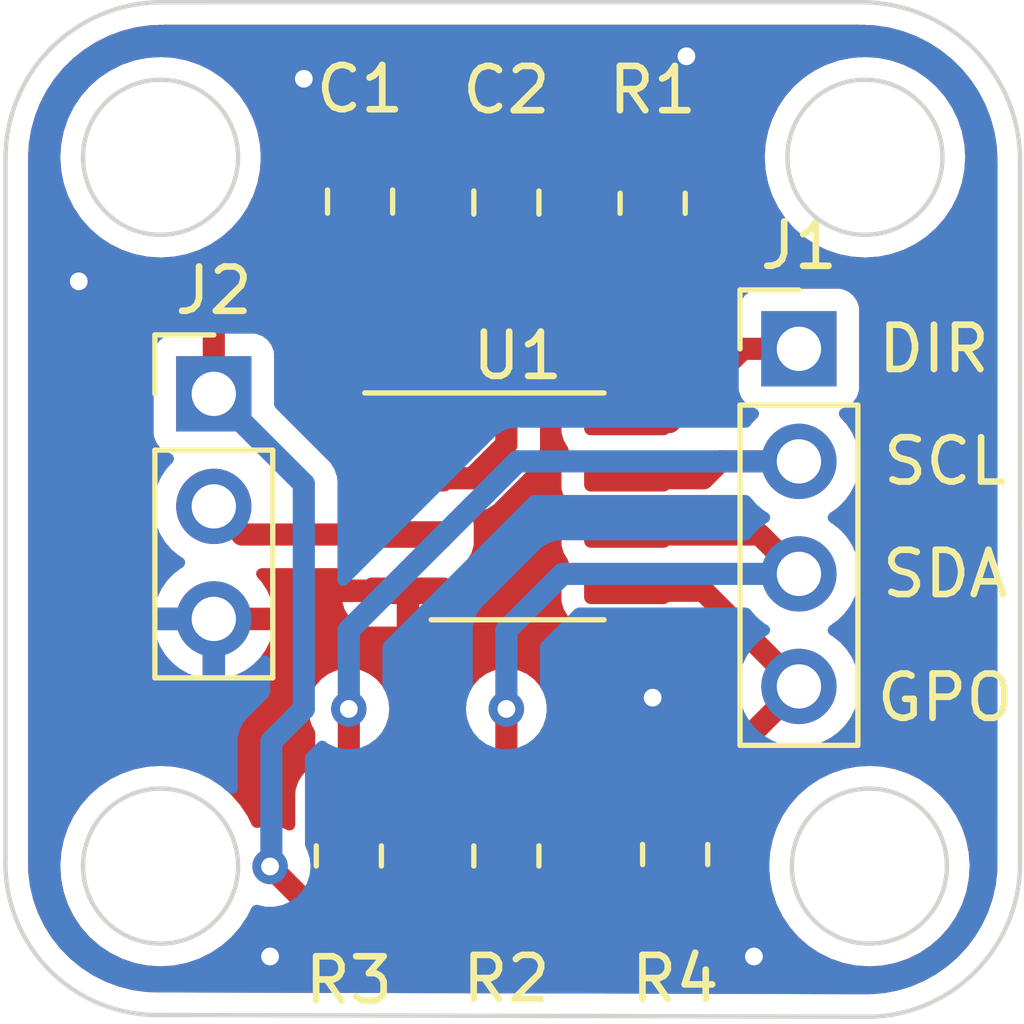
<source format=kicad_pcb>
(kicad_pcb (version 20211014) (generator pcbnew)
  (layers (0 "F.Cu" signal "cobre frontal") (31 "B.Cu" signal "Cobre traseira") (34 "B.Paste" user "Pasta traseira") (35 "F.Paste" user "Pasta frontal") (36 "B.SilkS" user "Serigrafia traseira") (37 "F.SilkS" user "Serigrafia frontal") (38 "B.Mask" user "Máscara traseira") (39 "F.Mask" user "Máscara frontal") (44 "Edge.Cuts" user "Cortes contorno"))
  (net 0 "")
  (net 1 "DIR")
  (net 2 "SCL")
  (net 3 "SDA")
  (net 4 "PGO")
  (net 5 "VCC")
  (net 6 "OUT")
  (net 7 "GND")
  (net 8 "VDD3v3")
  (footprint "Resistor_SMD:R_0805_2012Metric_Pad1.20x1.40mm_HandSolder" (layer "F.Cu") (at 22.86 34.56 90)
    (fp_text reference "R3" (at -2.81 0) (layer "F.SilkS"))
    (fp_text value "10k")
    (fp_line (start -0.227064 0.735) (end 0.227064 0.735) (layer "F.SilkS") (width 0.12))
    (fp_line (start -0.227064 -0.735) (end 0.227064 -0.735) (layer "F.SilkS") (width 0.12))
    (pad "1" smd roundrect (at -1 0 90) (size 1.2 1.4) (layers "F.Cu" "F.Paste" "F.Mask") (roundrect_rratio 0.208333) (net 5 "VCC"))
    (pad "2" smd roundrect (at 1 0 90) (size 1.2 1.4) (layers "F.Cu" "F.Paste" "F.Mask") (roundrect_rratio 0.208333) (net 2 "SCL"))
  )
  (footprint "Resistor_SMD:R_0805_2012Metric_Pad1.20x1.40mm_HandSolder" (layer "F.Cu") (at 30.226 34.528 -90)
    (fp_text reference "R4" (at 2.81 0) (layer "F.SilkS"))
    (fp_text value "1k")
    (fp_line (start -0.227064 -0.735) (end 0.227064 -0.735) (layer "F.SilkS") (width 0.12))
    (fp_line (start -0.227064 0.735) (end 0.227064 0.735) (layer "F.SilkS") (width 0.12))
    (pad "1" smd roundrect (at -1 0 270) (size 1.2 1.4) (layers "F.Cu" "F.Paste" "F.Mask") (roundrect_rratio 0.208333) (net 4 "PGO"))
    (pad "2" smd roundrect (at 1 0 270) (size 1.2 1.4) (layers "F.Cu" "F.Paste" "F.Mask") (roundrect_rratio 0.208333) (net 7 "GND"))
  )
  (footprint "Connector_PinHeader_2.54mm:PinHeader_1x03_P2.54mm_Vertical" (layer "F.Cu") (at 19.812 24.13)
    (fp_text reference "J2" (at 0 -2.33) (layer "F.SilkS"))
    (fp_text value "Conn_01x03_Male" hide)
    (fp_line (start -1.33 -1.33) (end 0 -1.33) (layer "F.SilkS") (width 0.12))
    (fp_line (start -1.33 1.27) (end 1.33 1.27) (layer "F.SilkS") (width 0.12))
    (fp_line (start 1.33 1.27) (end 1.33 6.41) (layer "F.SilkS") (width 0.12))
    (fp_line (start -1.33 0) (end -1.33 -1.33) (layer "F.SilkS") (width 0.12))
    (fp_line (start -1.33 1.27) (end -1.33 6.41) (layer "F.SilkS") (width 0.12))
    (fp_line (start -1.33 6.41) (end 1.33 6.41) (layer "F.SilkS") (width 0.12))
    (pad "1" thru_hole rect (at 0 0) (size 1.7 1.7) (drill 1) (layers *.Cu *.Mask) (net 5 "VCC"))
    (pad "2" thru_hole oval (at 0 2.54) (size 1.7 1.7) (drill 1) (layers *.Cu *.Mask) (net 6 "OUT"))
    (pad "3" thru_hole oval (at 0 5.08) (size 1.7 1.7) (drill 1) (layers *.Cu *.Mask) (net 7 "GND"))
  )
  (footprint "Connector_PinHeader_2.54mm:PinHeader_1x04_P2.54mm_Vertical" (layer "F.Cu") (at 33.02 23.114)
    (fp_text reference "J1" (at 0 -2.33) (layer "F.SilkS"))
    (fp_text value "Conn_01x04_Male" hide)
    (fp_line (start -1.33 0) (end -1.33 -1.33) (layer "F.SilkS") (width 0.12))
    (fp_line (start -1.33 -1.33) (end 0 -1.33) (layer "F.SilkS") (width 0.12))
    (fp_line (start -1.33 1.27) (end 1.33 1.27) (layer "F.SilkS") (width 0.12))
    (fp_line (start 1.33 1.27) (end 1.33 8.95) (layer "F.SilkS") (width 0.12))
    (fp_line (start -1.33 1.27) (end -1.33 8.95) (layer "F.SilkS") (width 0.12))
    (fp_line (start -1.33 8.95) (end 1.33 8.95) (layer "F.SilkS") (width 0.12))
    (pad "1" thru_hole rect (at 0 0) (size 1.7 1.7) (drill 1) (layers *.Cu *.Mask) (net 1 "DIR"))
    (pad "2" thru_hole oval (at 0 2.54) (size 1.7 1.7) (drill 1) (layers *.Cu *.Mask) (net 2 "SCL"))
    (pad "3" thru_hole oval (at 0 5.08) (size 1.7 1.7) (drill 1) (layers *.Cu *.Mask) (net 3 "SDA"))
    (pad "4" thru_hole oval (at 0 7.62) (size 1.7 1.7) (drill 1) (layers *.Cu *.Mask) (net 4 "PGO"))
  )
  (footprint "Capacitor_SMD:C_0805_2012Metric_Pad1.18x1.45mm_HandSolder" (layer "F.Cu") (at 26.416 19.812 90)
    (fp_text reference "C2" (at 2.54 0 180) (layer "F.SilkS"))
    (fp_text value "6,7uF")
    (fp_line (start -0.261252 0.735) (end 0.261252 0.735) (layer "F.SilkS") (width 0.12))
    (fp_line (start -0.261252 -0.735) (end 0.261252 -0.735) (layer "F.SilkS") (width 0.12))
    (pad "1" smd roundrect (at -1.0375 0 90) (size 1.175 1.45) (layers "F.Cu" "F.Paste" "F.Mask") (roundrect_rratio 0.212766) (net 8 "VDD3v3"))
    (pad "2" smd roundrect (at 1.0375 0 90) (size 1.175 1.45) (layers "F.Cu" "F.Paste" "F.Mask") (roundrect_rratio 0.212766) (net 7 "GND"))
  )
  (footprint "Capacitor_SMD:C_0805_2012Metric_Pad1.18x1.45mm_HandSolder" (layer "F.Cu") (at 23.114 19.7905 90)
    (fp_text reference "C1" (at 2.54 0 180) (layer "F.SilkS"))
    (fp_text value "100nF")
    (fp_line (start -0.261252 -0.735) (end 0.261252 -0.735) (layer "F.SilkS") (width 0.12))
    (fp_line (start -0.261252 0.735) (end 0.261252 0.735) (layer "F.SilkS") (width 0.12))
    (pad "1" smd roundrect (at -1.0375 0 90) (size 1.175 1.45) (layers "F.Cu" "F.Paste" "F.Mask") (roundrect_rratio 0.212766) (net 5 "VCC"))
    (pad "2" smd roundrect (at 1.0375 0 90) (size 1.175 1.45) (layers "F.Cu" "F.Paste" "F.Mask") (roundrect_rratio 0.212766) (net 7 "GND"))
  )
  (footprint "Resistor_SMD:R_0805_2012Metric_Pad1.20x1.40mm_HandSolder" (layer "F.Cu") (at 29.718 19.828 -90)
    (fp_text reference "R1" (at -2.556 0 180) (layer "F.SilkS"))
    (fp_text value "0")
    (fp_line (start -0.227064 -0.735) (end 0.227064 -0.735) (layer "F.SilkS") (width 0.12))
    (fp_line (start -0.227064 0.735) (end 0.227064 0.735) (layer "F.SilkS") (width 0.12))
    (pad "1" smd roundrect (at -1 0 270) (size 1.2 1.4) (layers "F.Cu" "F.Paste" "F.Mask") (roundrect_rratio 0.208333) (net 5 "VCC"))
    (pad "2" smd roundrect (at 1 0 270) (size 1.2 1.4) (layers "F.Cu" "F.Paste" "F.Mask") (roundrect_rratio 0.208333) (net 8 "VDD3v3"))
  )
  (footprint "Package_SO:SOIC-8_3.9x4.9mm_P1.27mm" (layer "F.Cu") (at 26.67 26.67)
    (fp_text reference "U1" (at 0 -3.4) (layer "F.SilkS"))
    (fp_text value "AS5600")
    (fp_line (start 0 2.56) (end -1.95 2.56) (layer "F.SilkS") (width 0.12))
    (fp_line (start 0 -2.56) (end 1.95 -2.56) (layer "F.SilkS") (width 0.12))
    (fp_line (start 0 -2.56) (end -3.45 -2.56) (layer "F.SilkS") (width 0.12))
    (fp_line (start 0 2.56) (end 1.95 2.56) (layer "F.SilkS") (width 0.12))
    (pad "1" smd roundrect (at -2.475 -1.905) (size 1.95 0.6) (layers "F.Cu" "F.Paste" "F.Mask") (net 5 "VCC"))
    (pad "2" smd roundrect (at -2.475 -0.635) (size 1.95 0.6) (layers "F.Cu" "F.Paste" "F.Mask") (net 8 "VDD3v3"))
    (pad "3" smd roundrect (at -2.475 0.635) (size 1.95 0.6) (layers "F.Cu" "F.Paste" "F.Mask") (net 6 "OUT"))
    (pad "4" smd roundrect (at -2.475 1.905) (size 1.95 0.6) (layers "F.Cu" "F.Paste" "F.Mask") (net 7 "GND"))
    (pad "5" smd roundrect (at 2.475 1.905) (size 1.95 0.6) (layers "F.Cu" "F.Paste" "F.Mask") (net 4 "PGO"))
    (pad "6" smd roundrect (at 2.475 0.635) (size 1.95 0.6) (layers "F.Cu" "F.Paste" "F.Mask") (net 3 "SDA"))
    (pad "7" smd roundrect (at 2.475 -0.635) (size 1.95 0.6) (layers "F.Cu" "F.Paste" "F.Mask") (net 2 "SCL"))
    (pad "8" smd roundrect (at 2.475 -1.905) (size 1.95 0.6) (layers "F.Cu" "F.Paste" "F.Mask") (net 1 "DIR"))
  )
  (footprint "Resistor_SMD:R_0805_2012Metric_Pad1.20x1.40mm_HandSolder" (layer "F.Cu") (at 26.416 34.56 90)
    (fp_text reference "R2" (at -2.778 0) (layer "F.SilkS"))
    (fp_text value "10k")
    (fp_line (start -0.227064 0.735) (end 0.227064 0.735) (layer "F.SilkS") (width 0.12))
    (fp_line (start -0.227064 -0.735) (end 0.227064 -0.735) (layer "F.SilkS") (width 0.12))
    (pad "1" smd roundrect (at -1 0 90) (size 1.2 1.4) (layers "F.Cu" "F.Paste" "F.Mask") (roundrect_rratio 0.208333) (net 5 "VCC"))
    (pad "2" smd roundrect (at 1 0 90) (size 1.2 1.4) (layers "F.Cu" "F.Paste" "F.Mask") (roundrect_rratio 0.208333) (net 3 "SDA"))
  )
  (gr_arc (start 34.414199 15.289868) (mid 36.949236 16.323265) (end 38.011056 18.846529) (layer "Edge.Cuts") (width 0.1))
  (gr_arc (start 15.110199 18.789868) (mid 16.163415 16.303622) (end 18.666192 15.290316) (layer "Edge.Cuts") (width 0.1))
  (gr_arc (start 18.610199 38.149868) (mid 16.096223 37.129604) (end 15.110199 34.602002) (layer "Edge.Cuts") (width 0.1))
  (gr_line (start 18.666192 15.290316) (end 34.414199 15.289868) (layer "Edge.Cuts") (width 0.1))
  (gr_line (start 34.668289 38.189868) (end 18.610199 38.149868) (layer "Edge.Cuts") (width 0.1))
  (gr_circle (center 34.610199 34.789868) (end 36.360199 34.789868) (layer "Edge.Cuts") (width 0.1) (fill none))
  (gr_line (start 38.011056 18.846529) (end 38.010199 34.593868) (layer "Edge.Cuts") (width 0.1))
  (gr_circle (center 18.610199 34.789868) (end 20.360199 34.789868) (layer "Edge.Cuts") (width 0.1) (fill none))
  (gr_line (start 15.110199 34.602002) (end 15.110199 18.789868) (layer "Edge.Cuts") (width 0.1))
  (gr_circle (center 34.510199 18.789868) (end 36.260199 18.789868) (layer "Edge.Cuts") (width 0.1) (fill none))
  (gr_circle (center 18.610199 18.789868) (end 20.360199 18.789868) (layer "Edge.Cuts") (width 0.1) (fill none))
  (gr_arc (start 38.010199 34.593868) (mid 37.084 37.084) (end 34.668289 38.189868) (layer "Edge.Cuts") (width 0.1))
  (gr_text "DIR" (at 36.068 23.114) (layer "F.SilkS") (effects (font (size 1 1))))
  (gr_text "SDA" (at 36.322 28.194) (layer "F.SilkS") (effects (font (size 1 1))))
  (gr_text "SCL" (at 36.322 25.654) (layer "F.SilkS") (effects (font (size 1 1))))
  (gr_text "GPO" (at 36.322 30.988) (layer "F.SilkS") (effects (font (size 1 1))))
  (segment (start 30.099 24.765) (end 31.75 23.114) (width 0.5) (layer "F.Cu") (net 1))
  (segment (start 31.75 23.114) (end 33.02 23.114) (width 0.5) (layer "F.Cu") (net 1))
  (segment (start 29.145 24.765) (end 30.099 24.765) (width 0.5) (layer "F.Cu") (net 1))
  (segment (start 29.145 26.035) (end 30.861 26.035) (width 0.5) (layer "F.Cu") (net 2))
  (segment (start 31.242 25.654) (end 33.02 25.654) (width 0.5) (layer "F.Cu") (net 2))
  (segment (start 30.861 26.035) (end 31.242 25.654) (width 0.5) (layer "F.Cu") (net 2))
  (segment (start 22.86 33.56) (end 22.86 31.242) (width 0.5) (layer "F.Cu") (net 2))
  (via (at 22.86 31.242) (size 0.8) (drill 0.4) (layers "F.Cu" "B.Cu") (net 2))
  (segment (start 22.86 31.242) (end 22.86 29.464) (width 0.5) (layer "B.Cu") (net 2))
  (segment (start 22.86 29.464) (end 26.67 25.654) (width 0.5) (layer "B.Cu") (net 2))
  (segment (start 26.67 25.654) (end 33.02 25.654) (width 0.5) (layer "B.Cu") (net 2))
  (segment (start 29.145 27.305) (end 32.131 27.305) (width 0.5) (layer "F.Cu") (net 3))
  (segment (start 32.131 27.305) (end 33.02 28.194) (width 0.5) (layer "F.Cu") (net 3))
  (segment (start 26.416 33.56) (end 26.416 31.242) (width 0.5) (layer "F.Cu") (net 3))
  (via (at 26.416 31.242) (size 0.8) (drill 0.4) (layers "F.Cu" "B.Cu") (net 3))
  (segment (start 26.416 29.464) (end 27.686 28.194) (width 0.5) (layer "B.Cu") (net 3))
  (segment (start 27.686 28.194) (end 33.02 28.194) (width 0.5) (layer "B.Cu") (net 3))
  (segment (start 26.416 31.242) (end 26.416 29.464) (width 0.5) (layer "B.Cu") (net 3))
  (segment (start 30.861 28.575) (end 29.145 28.575) (width 0.5) (layer "F.Cu") (net 4))
  (segment (start 33.02 30.734) (end 30.861 28.575) (width 0.5) (layer "F.Cu") (net 4))
  (segment (start 30.226 33.528) (end 33.02 30.734) (width 0.5) (layer "F.Cu") (net 4))
  (segment (start 23.114 20.828) (end 24.003 20.828) (width 0.5) (layer "F.Cu") (net 5))
  (segment (start 24.195 24.765) (end 23.114 23.684) (width 0.5) (layer "F.Cu") (net 5))
  (segment (start 25.781 17.145) (end 28.702 17.145) (width 0.5) (layer "F.Cu") (net 5))
  (segment (start 20.828 20.828) (end 19.812 21.844) (width 0.5) (layer "F.Cu") (net 5))
  (segment (start 23.114 20.828) (end 20.828 20.828) (width 0.5) (layer "F.Cu") (net 5))
  (segment (start 26.416 35.56) (end 22.86 35.56) (width 0.5) (layer "F.Cu") (net 5))
  (segment (start 24.892 19.939) (end 24.892 18.034) (width 0.5) (layer "F.Cu") (net 5))
  (segment (start 19.812 21.844) (end 19.812 24.13) (width 0.5) (layer "F.Cu") (net 5))
  (segment (start 24.003 20.828) (end 24.892 19.939) (width 0.5) (layer "F.Cu") (net 5))
  (segment (start 24.892 18.034) (end 25.781 17.145) (width 0.5) (layer "F.Cu") (net 5))
  (segment (start 28.702 17.145) (end 29.718 18.161) (width 0.5) (layer "F.Cu") (net 5))
  (segment (start 22.86 35.56) (end 21.844 35.56) (width 0.5) (layer "F.Cu") (net 5))
  (segment (start 29.718 18.161) (end 29.718 18.828) (width 0.5) (layer "F.Cu") (net 5))
  (segment (start 21.844 35.56) (end 21.082 34.798) (width 0.5) (layer "F.Cu") (net 5))
  (segment (start 23.114 23.684) (end 23.114 20.828) (width 0.5) (layer "F.Cu") (net 5))
  (via (at 21.082 34.798) (size 0.8) (drill 0.4) (layers "F.Cu" "B.Cu") (net 5))
  (segment (start 21.111511 34.768489) (end 21.111511 31.974489) (width 0.5) (layer "B.Cu") (net 5))
  (segment (start 21.844 26.162) (end 19.812 24.13) (width 0.5) (layer "B.Cu") (net 5))
  (segment (start 21.082 34.798) (end 21.111511 34.768489) (width 0.5) (layer "B.Cu") (net 5))
  (segment (start 21.844 31.242) (end 21.844 26.162) (width 0.5) (layer "B.Cu") (net 5))
  (segment (start 21.111511 31.974489) (end 21.844 31.242) (width 0.5) (layer "B.Cu") (net 5))
  (segment (start 24.195 27.305) (end 20.447 27.305) (width 0.5) (layer "F.Cu") (net 6))
  (segment (start 20.447 27.305) (end 19.812 26.67) (width 0.25) (layer "F.Cu") (net 6))
  (via (at 16.764 21.59) (size 0.8) (drill 0.4) (layers "F.Cu" "B.Cu") (net 7))
  (via (at 32.004 36.83) (size 0.8) (drill 0.4) (layers "F.Cu" "B.Cu") (net 7))
  (via (at 21.082 36.83) (size 0.8) (drill 0.4) (layers "F.Cu" "B.Cu") (net 7))
  (via (at 29.718 30.988) (size 0.8) (drill 0.4) (layers "F.Cu" "B.Cu") (net 7))
  (via (at 21.844 17.018) (size 0.8) (drill 0.4) (layers "F.Cu" "B.Cu") (net 7))
  (via (at 30.48 16.51) (size 0.8) (drill 0.4) (layers "F.Cu" "B.Cu") (net 7))
  (segment (start 29.6965 20.8495) (end 29.718 20.828) (width 0.25) (layer "F.Cu") (net 8))
  (segment (start 25.654 26.035) (end 26.416 25.273) (width 0.5) (layer "F.Cu") (net 8))
  (segment (start 26.416 25.273) (end 26.416 20.8495) (width 0.5) (layer "F.Cu") (net 8))
  (segment (start 24.195 26.035) (end 25.654 26.035) (width 0.5) (layer "F.Cu") (net 8))
  (segment (start 26.416 20.8495) (end 29.6965 20.8495) (width 0.5) (layer "F.Cu") (net 8))
  (zone (net 7) (net_name "GND") (layer "F.Cu") (connect_pads (clearance 0.508)) (min_thickness 0.254) (fill yes (thermal_gap 0.508) (thermal_bridge_width 0.508))
    (polygon (pts (xy 38.1 38.354) (xy 14.986 38.354) (xy 14.986 15.24) (xy 38.1 15.24)))
  )
  (zone (net 7) (net_name "GND") (layer "B.Cu") (connect_pads (clearance 0.508)) (min_thickness 0.254) (fill yes (thermal_gap 0.508) (thermal_bridge_width 0.508))
    (polygon (pts (xy 38.1 38.354) (xy 14.986 38.354) (xy 14.986 15.24) (xy 38.1 15.24)))
  )
)
</source>
